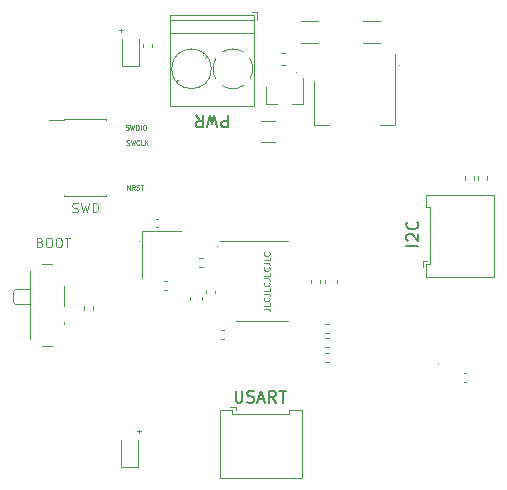
<source format=gbr>
%TF.GenerationSoftware,KiCad,Pcbnew,(6.0.0-rc1-124-g18b4ebcc17)*%
%TF.CreationDate,2021-11-25T20:10:52+05:30*%
%TF.ProjectId,Europa,4575726f-7061-42e6-9b69-6361645f7063,rev?*%
%TF.SameCoordinates,Original*%
%TF.FileFunction,Legend,Top*%
%TF.FilePolarity,Positive*%
%FSLAX46Y46*%
G04 Gerber Fmt 4.6, Leading zero omitted, Abs format (unit mm)*
G04 Created by KiCad (PCBNEW (6.0.0-rc1-124-g18b4ebcc17)) date 2021-11-25 20:10:52*
%MOMM*%
%LPD*%
G01*
G04 APERTURE LIST*
%ADD10C,0.120000*%
%ADD11C,0.050000*%
%ADD12C,0.070000*%
%ADD13C,0.150000*%
%ADD14C,0.100000*%
G04 APERTURE END LIST*
D10*
X46200000Y-50075000D02*
G75*
G03*
X46200000Y-50075000I-50000J0D01*
G01*
X61650000Y-34700000D02*
G75*
G03*
X61650000Y-34700000I-50000J0D01*
G01*
X64925000Y-60000000D02*
G75*
G03*
X64925000Y-60000000I-50000J0D01*
G01*
X52900000Y-35325000D02*
G75*
G03*
X52900000Y-35325000I-50000J0D01*
G01*
X39650000Y-49600000D02*
G75*
G03*
X39650000Y-49600000I-50000J0D01*
G01*
D11*
X39397619Y-65703571D02*
X39702380Y-65703571D01*
X39550000Y-65855952D02*
X39550000Y-65551190D01*
X38495238Y-41411904D02*
X38552380Y-41430952D01*
X38647619Y-41430952D01*
X38685714Y-41411904D01*
X38704761Y-41392857D01*
X38723809Y-41354761D01*
X38723809Y-41316666D01*
X38704761Y-41278571D01*
X38685714Y-41259523D01*
X38647619Y-41240476D01*
X38571428Y-41221428D01*
X38533333Y-41202380D01*
X38514285Y-41183333D01*
X38495238Y-41145238D01*
X38495238Y-41107142D01*
X38514285Y-41069047D01*
X38533333Y-41050000D01*
X38571428Y-41030952D01*
X38666666Y-41030952D01*
X38723809Y-41050000D01*
X38857142Y-41030952D02*
X38952380Y-41430952D01*
X39028571Y-41145238D01*
X39104761Y-41430952D01*
X39200000Y-41030952D01*
X39580952Y-41392857D02*
X39561904Y-41411904D01*
X39504761Y-41430952D01*
X39466666Y-41430952D01*
X39409523Y-41411904D01*
X39371428Y-41373809D01*
X39352380Y-41335714D01*
X39333333Y-41259523D01*
X39333333Y-41202380D01*
X39352380Y-41126190D01*
X39371428Y-41088095D01*
X39409523Y-41050000D01*
X39466666Y-41030952D01*
X39504761Y-41030952D01*
X39561904Y-41050000D01*
X39580952Y-41069047D01*
X39942857Y-41430952D02*
X39752380Y-41430952D01*
X39752380Y-41030952D01*
X40076190Y-41430952D02*
X40076190Y-41030952D01*
X40304761Y-41430952D02*
X40133333Y-41202380D01*
X40304761Y-41030952D02*
X40076190Y-41259523D01*
X38542857Y-45230952D02*
X38542857Y-44830952D01*
X38771428Y-45230952D01*
X38771428Y-44830952D01*
X39190476Y-45230952D02*
X39057142Y-45040476D01*
X38961904Y-45230952D02*
X38961904Y-44830952D01*
X39114285Y-44830952D01*
X39152380Y-44850000D01*
X39171428Y-44869047D01*
X39190476Y-44907142D01*
X39190476Y-44964285D01*
X39171428Y-45002380D01*
X39152380Y-45021428D01*
X39114285Y-45040476D01*
X38961904Y-45040476D01*
X39342857Y-45211904D02*
X39400000Y-45230952D01*
X39495238Y-45230952D01*
X39533333Y-45211904D01*
X39552380Y-45192857D01*
X39571428Y-45154761D01*
X39571428Y-45116666D01*
X39552380Y-45078571D01*
X39533333Y-45059523D01*
X39495238Y-45040476D01*
X39419047Y-45021428D01*
X39380952Y-45002380D01*
X39361904Y-44983333D01*
X39342857Y-44945238D01*
X39342857Y-44907142D01*
X39361904Y-44869047D01*
X39380952Y-44850000D01*
X39419047Y-44830952D01*
X39514285Y-44830952D01*
X39571428Y-44850000D01*
X39685714Y-44830952D02*
X39914285Y-44830952D01*
X39800000Y-45230952D02*
X39800000Y-44830952D01*
D12*
X50126190Y-55309523D02*
X50483333Y-55309523D01*
X50554761Y-55333333D01*
X50602380Y-55380952D01*
X50626190Y-55452380D01*
X50626190Y-55500000D01*
X50626190Y-54833333D02*
X50626190Y-55071428D01*
X50126190Y-55071428D01*
X50578571Y-54380952D02*
X50602380Y-54404761D01*
X50626190Y-54476190D01*
X50626190Y-54523809D01*
X50602380Y-54595238D01*
X50554761Y-54642857D01*
X50507142Y-54666666D01*
X50411904Y-54690476D01*
X50340476Y-54690476D01*
X50245238Y-54666666D01*
X50197619Y-54642857D01*
X50150000Y-54595238D01*
X50126190Y-54523809D01*
X50126190Y-54476190D01*
X50150000Y-54404761D01*
X50173809Y-54380952D01*
X50126190Y-54023809D02*
X50483333Y-54023809D01*
X50554761Y-54047619D01*
X50602380Y-54095238D01*
X50626190Y-54166666D01*
X50626190Y-54214285D01*
X50626190Y-53547619D02*
X50626190Y-53785714D01*
X50126190Y-53785714D01*
X50578571Y-53095238D02*
X50602380Y-53119047D01*
X50626190Y-53190476D01*
X50626190Y-53238095D01*
X50602380Y-53309523D01*
X50554761Y-53357142D01*
X50507142Y-53380952D01*
X50411904Y-53404761D01*
X50340476Y-53404761D01*
X50245238Y-53380952D01*
X50197619Y-53357142D01*
X50150000Y-53309523D01*
X50126190Y-53238095D01*
X50126190Y-53190476D01*
X50150000Y-53119047D01*
X50173809Y-53095238D01*
X50126190Y-52738095D02*
X50483333Y-52738095D01*
X50554761Y-52761904D01*
X50602380Y-52809523D01*
X50626190Y-52880952D01*
X50626190Y-52928571D01*
X50626190Y-52261904D02*
X50626190Y-52500000D01*
X50126190Y-52500000D01*
X50578571Y-51809523D02*
X50602380Y-51833333D01*
X50626190Y-51904761D01*
X50626190Y-51952380D01*
X50602380Y-52023809D01*
X50554761Y-52071428D01*
X50507142Y-52095238D01*
X50411904Y-52119047D01*
X50340476Y-52119047D01*
X50245238Y-52095238D01*
X50197619Y-52071428D01*
X50150000Y-52023809D01*
X50126190Y-51952380D01*
X50126190Y-51904761D01*
X50150000Y-51833333D01*
X50173809Y-51809523D01*
X50126190Y-51452380D02*
X50483333Y-51452380D01*
X50554761Y-51476190D01*
X50602380Y-51523809D01*
X50626190Y-51595238D01*
X50626190Y-51642857D01*
X50626190Y-50976190D02*
X50626190Y-51214285D01*
X50126190Y-51214285D01*
X50578571Y-50523809D02*
X50602380Y-50547619D01*
X50626190Y-50619047D01*
X50626190Y-50666666D01*
X50602380Y-50738095D01*
X50554761Y-50785714D01*
X50507142Y-50809523D01*
X50411904Y-50833333D01*
X50340476Y-50833333D01*
X50245238Y-50809523D01*
X50197619Y-50785714D01*
X50150000Y-50738095D01*
X50126190Y-50666666D01*
X50126190Y-50619047D01*
X50150000Y-50547619D01*
X50173809Y-50523809D01*
D11*
X38046428Y-31597619D02*
X38046428Y-31902380D01*
X37894047Y-31750000D02*
X38198809Y-31750000D01*
D13*
X47083333Y-38947619D02*
X47083333Y-39947619D01*
X46702380Y-39947619D01*
X46607142Y-39900000D01*
X46559523Y-39852380D01*
X46511904Y-39757142D01*
X46511904Y-39614285D01*
X46559523Y-39519047D01*
X46607142Y-39471428D01*
X46702380Y-39423809D01*
X47083333Y-39423809D01*
X46178571Y-39947619D02*
X45940476Y-38947619D01*
X45750000Y-39661904D01*
X45559523Y-38947619D01*
X45321428Y-39947619D01*
X44369047Y-38947619D02*
X44702380Y-39423809D01*
X44940476Y-38947619D02*
X44940476Y-39947619D01*
X44559523Y-39947619D01*
X44464285Y-39900000D01*
X44416666Y-39852380D01*
X44369047Y-39757142D01*
X44369047Y-39614285D01*
X44416666Y-39519047D01*
X44464285Y-39471428D01*
X44559523Y-39423809D01*
X44940476Y-39423809D01*
D14*
X31164285Y-49692857D02*
X31278571Y-49730952D01*
X31316666Y-49769047D01*
X31354761Y-49845238D01*
X31354761Y-49959523D01*
X31316666Y-50035714D01*
X31278571Y-50073809D01*
X31202380Y-50111904D01*
X30897619Y-50111904D01*
X30897619Y-49311904D01*
X31164285Y-49311904D01*
X31240476Y-49350000D01*
X31278571Y-49388095D01*
X31316666Y-49464285D01*
X31316666Y-49540476D01*
X31278571Y-49616666D01*
X31240476Y-49654761D01*
X31164285Y-49692857D01*
X30897619Y-49692857D01*
X31850000Y-49311904D02*
X32002380Y-49311904D01*
X32078571Y-49350000D01*
X32154761Y-49426190D01*
X32192857Y-49578571D01*
X32192857Y-49845238D01*
X32154761Y-49997619D01*
X32078571Y-50073809D01*
X32002380Y-50111904D01*
X31850000Y-50111904D01*
X31773809Y-50073809D01*
X31697619Y-49997619D01*
X31659523Y-49845238D01*
X31659523Y-49578571D01*
X31697619Y-49426190D01*
X31773809Y-49350000D01*
X31850000Y-49311904D01*
X32688095Y-49311904D02*
X32840476Y-49311904D01*
X32916666Y-49350000D01*
X32992857Y-49426190D01*
X33030952Y-49578571D01*
X33030952Y-49845238D01*
X32992857Y-49997619D01*
X32916666Y-50073809D01*
X32840476Y-50111904D01*
X32688095Y-50111904D01*
X32611904Y-50073809D01*
X32535714Y-49997619D01*
X32497619Y-49845238D01*
X32497619Y-49578571D01*
X32535714Y-49426190D01*
X32611904Y-49350000D01*
X32688095Y-49311904D01*
X33259523Y-49311904D02*
X33716666Y-49311904D01*
X33488095Y-50111904D02*
X33488095Y-49311904D01*
D13*
X47728571Y-62252380D02*
X47728571Y-63061904D01*
X47776190Y-63157142D01*
X47823809Y-63204761D01*
X47919047Y-63252380D01*
X48109523Y-63252380D01*
X48204761Y-63204761D01*
X48252380Y-63157142D01*
X48300000Y-63061904D01*
X48300000Y-62252380D01*
X48728571Y-63204761D02*
X48871428Y-63252380D01*
X49109523Y-63252380D01*
X49204761Y-63204761D01*
X49252380Y-63157142D01*
X49300000Y-63061904D01*
X49300000Y-62966666D01*
X49252380Y-62871428D01*
X49204761Y-62823809D01*
X49109523Y-62776190D01*
X48919047Y-62728571D01*
X48823809Y-62680952D01*
X48776190Y-62633333D01*
X48728571Y-62538095D01*
X48728571Y-62442857D01*
X48776190Y-62347619D01*
X48823809Y-62300000D01*
X48919047Y-62252380D01*
X49157142Y-62252380D01*
X49300000Y-62300000D01*
X49680952Y-62966666D02*
X50157142Y-62966666D01*
X49585714Y-63252380D02*
X49919047Y-62252380D01*
X50252380Y-63252380D01*
X51157142Y-63252380D02*
X50823809Y-62776190D01*
X50585714Y-63252380D02*
X50585714Y-62252380D01*
X50966666Y-62252380D01*
X51061904Y-62300000D01*
X51109523Y-62347619D01*
X51157142Y-62442857D01*
X51157142Y-62585714D01*
X51109523Y-62680952D01*
X51061904Y-62728571D01*
X50966666Y-62776190D01*
X50585714Y-62776190D01*
X51442857Y-62252380D02*
X52014285Y-62252380D01*
X51728571Y-63252380D02*
X51728571Y-62252380D01*
D14*
X33914285Y-47123809D02*
X34028571Y-47161904D01*
X34219047Y-47161904D01*
X34295238Y-47123809D01*
X34333333Y-47085714D01*
X34371428Y-47009523D01*
X34371428Y-46933333D01*
X34333333Y-46857142D01*
X34295238Y-46819047D01*
X34219047Y-46780952D01*
X34066666Y-46742857D01*
X33990476Y-46704761D01*
X33952380Y-46666666D01*
X33914285Y-46590476D01*
X33914285Y-46514285D01*
X33952380Y-46438095D01*
X33990476Y-46400000D01*
X34066666Y-46361904D01*
X34257142Y-46361904D01*
X34371428Y-46400000D01*
X34638095Y-46361904D02*
X34828571Y-47161904D01*
X34980952Y-46590476D01*
X35133333Y-47161904D01*
X35323809Y-46361904D01*
X35628571Y-47161904D02*
X35628571Y-46361904D01*
X35819047Y-46361904D01*
X35933333Y-46400000D01*
X36009523Y-46476190D01*
X36047619Y-46552380D01*
X36085714Y-46704761D01*
X36085714Y-46819047D01*
X36047619Y-46971428D01*
X36009523Y-47047619D01*
X35933333Y-47123809D01*
X35819047Y-47161904D01*
X35628571Y-47161904D01*
D11*
X38452380Y-40136904D02*
X38509523Y-40155952D01*
X38604761Y-40155952D01*
X38642857Y-40136904D01*
X38661904Y-40117857D01*
X38680952Y-40079761D01*
X38680952Y-40041666D01*
X38661904Y-40003571D01*
X38642857Y-39984523D01*
X38604761Y-39965476D01*
X38528571Y-39946428D01*
X38490476Y-39927380D01*
X38471428Y-39908333D01*
X38452380Y-39870238D01*
X38452380Y-39832142D01*
X38471428Y-39794047D01*
X38490476Y-39775000D01*
X38528571Y-39755952D01*
X38623809Y-39755952D01*
X38680952Y-39775000D01*
X38814285Y-39755952D02*
X38909523Y-40155952D01*
X38985714Y-39870238D01*
X39061904Y-40155952D01*
X39157142Y-39755952D01*
X39309523Y-40155952D02*
X39309523Y-39755952D01*
X39404761Y-39755952D01*
X39461904Y-39775000D01*
X39500000Y-39813095D01*
X39519047Y-39851190D01*
X39538095Y-39927380D01*
X39538095Y-39984523D01*
X39519047Y-40060714D01*
X39500000Y-40098809D01*
X39461904Y-40136904D01*
X39404761Y-40155952D01*
X39309523Y-40155952D01*
X39709523Y-40155952D02*
X39709523Y-39755952D01*
X39976190Y-39755952D02*
X40052380Y-39755952D01*
X40090476Y-39775000D01*
X40128571Y-39813095D01*
X40147619Y-39889285D01*
X40147619Y-40022619D01*
X40128571Y-40098809D01*
X40090476Y-40136904D01*
X40052380Y-40155952D01*
X39976190Y-40155952D01*
X39938095Y-40136904D01*
X39900000Y-40098809D01*
X39880952Y-40022619D01*
X39880952Y-39889285D01*
X39900000Y-39813095D01*
X39938095Y-39775000D01*
X39976190Y-39755952D01*
D13*
X63202380Y-49976190D02*
X62202380Y-49976190D01*
X62297619Y-49547619D02*
X62250000Y-49500000D01*
X62202380Y-49404761D01*
X62202380Y-49166666D01*
X62250000Y-49071428D01*
X62297619Y-49023809D01*
X62392857Y-48976190D01*
X62488095Y-48976190D01*
X62630952Y-49023809D01*
X63202380Y-49595238D01*
X63202380Y-48976190D01*
X63107142Y-47976190D02*
X63154761Y-48023809D01*
X63202380Y-48166666D01*
X63202380Y-48261904D01*
X63154761Y-48404761D01*
X63059523Y-48500000D01*
X62964285Y-48547619D01*
X62773809Y-48595238D01*
X62630952Y-48595238D01*
X62440476Y-48547619D01*
X62345238Y-48500000D01*
X62250000Y-48404761D01*
X62202380Y-48261904D01*
X62202380Y-48166666D01*
X62250000Y-48023809D01*
X62297619Y-47976190D01*
D10*
%TO.C,C1*%
X55265000Y-52859420D02*
X55265000Y-53140580D01*
X56285000Y-52859420D02*
X56285000Y-53140580D01*
%TO.C,C2*%
X54140000Y-52892164D02*
X54140000Y-53107836D01*
X54860000Y-52892164D02*
X54860000Y-53107836D01*
%TO.C,C5*%
X43840000Y-54309420D02*
X43840000Y-54590580D01*
X44860000Y-54309420D02*
X44860000Y-54590580D01*
%TO.C,J3*%
X33235000Y-39265000D02*
X33235000Y-39330000D01*
X33235000Y-45735000D02*
X36765000Y-45735000D01*
X36765000Y-45670000D02*
X36765000Y-45735000D01*
X36765000Y-39265000D02*
X36765000Y-39330000D01*
X33235000Y-45670000D02*
X33235000Y-45735000D01*
X33235000Y-39265000D02*
X36765000Y-39265000D01*
X31910000Y-39330000D02*
X33235000Y-39330000D01*
%TO.C,R3*%
X68980000Y-44086359D02*
X68980000Y-44393641D01*
X68220000Y-44086359D02*
X68220000Y-44393641D01*
%TO.C,R6*%
X67120000Y-44086359D02*
X67120000Y-44393641D01*
X67880000Y-44086359D02*
X67880000Y-44393641D01*
%TO.C,R8*%
X55653641Y-59780000D02*
X55346359Y-59780000D01*
X55653641Y-59020000D02*
X55346359Y-59020000D01*
%TO.C,R12*%
X35630000Y-55393641D02*
X35630000Y-55086359D01*
X34870000Y-55393641D02*
X34870000Y-55086359D01*
%TO.C,SW1*%
X29080000Y-54900000D02*
X30370000Y-54900000D01*
X32170000Y-51550000D02*
X31380000Y-51550000D01*
X33220000Y-53400000D02*
X33220000Y-55100000D01*
X30370000Y-53600000D02*
X29080000Y-53600000D01*
X30370000Y-52150000D02*
X30370000Y-57850000D01*
X28870000Y-53800000D02*
X28870000Y-54700000D01*
X31380000Y-58450000D02*
X32170000Y-58450000D01*
X29080000Y-53600000D02*
X28870000Y-53800000D01*
X33220000Y-56400000D02*
X33220000Y-56600000D01*
X29080000Y-54900000D02*
X28870000Y-54700000D01*
%TO.C,C6*%
X45240000Y-53772164D02*
X45240000Y-53987836D01*
X45960000Y-53772164D02*
X45960000Y-53987836D01*
%TO.C,R2*%
X44953641Y-50995000D02*
X44646359Y-50995000D01*
X44953641Y-51755000D02*
X44646359Y-51755000D01*
%TO.C,C3*%
X41187836Y-47690000D02*
X40972164Y-47690000D01*
X41187836Y-48410000D02*
X40972164Y-48410000D01*
%TO.C,Y1*%
X39800000Y-48700000D02*
X39800000Y-52700000D01*
X43100000Y-48700000D02*
X39800000Y-48700000D01*
%TO.C,C4*%
X41927836Y-52990000D02*
X41712164Y-52990000D01*
X41927836Y-53710000D02*
X41712164Y-53710000D01*
%TO.C,U2*%
X61210000Y-33750000D02*
X61210000Y-39760000D01*
X54390000Y-36000000D02*
X54390000Y-39760000D01*
X61210000Y-39760000D02*
X59950000Y-39760000D01*
X54390000Y-39760000D02*
X55650000Y-39760000D01*
%TO.C,C8*%
X58563748Y-32810000D02*
X59986252Y-32810000D01*
X58563748Y-30990000D02*
X59986252Y-30990000D01*
%TO.C,C7*%
X53313748Y-30990000D02*
X54736252Y-30990000D01*
X53313748Y-32810000D02*
X54736252Y-32810000D01*
%TO.C,U1*%
X50000000Y-49615000D02*
X52200000Y-49615000D01*
X50000000Y-56385000D02*
X52200000Y-56385000D01*
X50000000Y-49615000D02*
X46400000Y-49615000D01*
X50000000Y-56385000D02*
X47800000Y-56385000D01*
%TO.C,FB1*%
X51900279Y-33690000D02*
X51574721Y-33690000D01*
X51900279Y-34710000D02*
X51574721Y-34710000D01*
%TO.C,R11*%
X46466359Y-57120000D02*
X46773641Y-57120000D01*
X46466359Y-57880000D02*
X46773641Y-57880000D01*
%TO.C,D4*%
X38015000Y-68735000D02*
X39485000Y-68735000D01*
X38015000Y-66450000D02*
X38015000Y-68735000D01*
X39485000Y-68735000D02*
X39485000Y-66450000D01*
%TO.C,R10*%
X55653641Y-56620000D02*
X55346359Y-56620000D01*
X55653641Y-57380000D02*
X55346359Y-57380000D01*
%TO.C,R9*%
X55653641Y-58580000D02*
X55346359Y-58580000D01*
X55653641Y-57820000D02*
X55346359Y-57820000D01*
%TO.C,J4*%
X46390000Y-69610000D02*
X49875000Y-69610000D01*
X46390000Y-63890000D02*
X46390000Y-69610000D01*
X47460000Y-63890000D02*
X46390000Y-63890000D01*
X53360000Y-63890000D02*
X53360000Y-69610000D01*
X47750000Y-63900000D02*
X47750000Y-63600000D01*
X52290000Y-64190000D02*
X52290000Y-63890000D01*
X47750000Y-63600000D02*
X47250000Y-63600000D01*
X49875000Y-64190000D02*
X47460000Y-64190000D01*
X52290000Y-63890000D02*
X53360000Y-63890000D01*
X47460000Y-64190000D02*
X47460000Y-63890000D01*
X53360000Y-69610000D02*
X49875000Y-69610000D01*
X49875000Y-64190000D02*
X52290000Y-64190000D01*
%TO.C,Q1*%
X53480000Y-37960000D02*
X53480000Y-35800000D01*
X53480000Y-37960000D02*
X52550000Y-37960000D01*
X50320000Y-37960000D02*
X51250000Y-37960000D01*
X50320000Y-37960000D02*
X50320000Y-36500000D01*
%TO.C,F1*%
X51102064Y-41210000D02*
X49897936Y-41210000D01*
X51102064Y-39390000D02*
X49897936Y-39390000D01*
%TO.C,J1*%
X49550000Y-30200000D02*
X49150000Y-30200000D01*
X42190000Y-38160000D02*
X42190000Y-30440000D01*
X49310000Y-30900000D02*
X42190000Y-30900000D01*
X44975000Y-33819000D02*
X45069000Y-33726000D01*
X49310000Y-32000000D02*
X42190000Y-32000000D01*
X45145000Y-34059000D02*
X45274000Y-33931000D01*
X49310000Y-38160000D02*
X49310000Y-30440000D01*
X42930000Y-36275000D02*
X43024000Y-36181000D01*
X49550000Y-30840000D02*
X49550000Y-30200000D01*
X42725000Y-36069000D02*
X42854000Y-35941000D01*
X49310000Y-30440000D02*
X42190000Y-30440000D01*
X49310000Y-38160000D02*
X42190000Y-38160000D01*
X48366000Y-33560000D02*
G75*
G03*
X47471326Y-33319901I-866003J-1440014D01*
G01*
X46634000Y-36440001D02*
G75*
G03*
X48389894Y-36425358I866000J1439999D01*
G01*
X48940001Y-35866000D02*
G75*
G03*
X48925358Y-34110106I-1439999J866000D01*
G01*
X46075000Y-34109000D02*
G75*
G03*
X46074496Y-35890193I1425003J-891000D01*
G01*
X47500000Y-33320000D02*
G75*
G03*
X46609736Y-33575279I-3J-1679990D01*
G01*
X45680000Y-35000000D02*
G75*
G03*
X45680000Y-35000000I-1680000J0D01*
G01*
%TO.C,D3*%
X38115000Y-34772500D02*
X39585000Y-34772500D01*
X39585000Y-34772500D02*
X39585000Y-32487500D01*
X38115000Y-32487500D02*
X38115000Y-34772500D01*
%TO.C,R7*%
X39920000Y-32856359D02*
X39920000Y-33163641D01*
X40680000Y-32856359D02*
X40680000Y-33163641D01*
%TO.C,J2*%
X64190000Y-49125000D02*
X64190000Y-46710000D01*
X64190000Y-49125000D02*
X64190000Y-51540000D01*
X63890000Y-51540000D02*
X63890000Y-52610000D01*
X69610000Y-45640000D02*
X69610000Y-49125000D01*
X63890000Y-52610000D02*
X69610000Y-52610000D01*
X69610000Y-52610000D02*
X69610000Y-49125000D01*
X63890000Y-46710000D02*
X63890000Y-45640000D01*
X64190000Y-46710000D02*
X63890000Y-46710000D01*
X64190000Y-51540000D02*
X63890000Y-51540000D01*
X63600000Y-51250000D02*
X63600000Y-51750000D01*
X63900000Y-51250000D02*
X63600000Y-51250000D01*
X63890000Y-45640000D02*
X69610000Y-45640000D01*
%TO.C,C12*%
X67277836Y-60790000D02*
X67062164Y-60790000D01*
X67277836Y-61510000D02*
X67062164Y-61510000D01*
%TD*%
M02*

</source>
